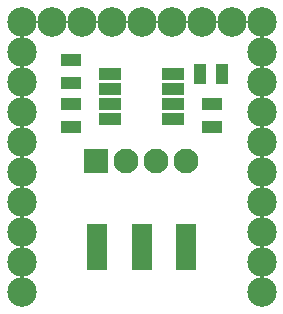
<source format=gbr>
G04 #@! TF.FileFunction,Soldermask,Bot*
%FSLAX46Y46*%
G04 Gerber Fmt 4.6, Leading zero omitted, Abs format (unit mm)*
G04 Created by KiCad (PCBNEW 4.0.5) date 04/10/19 11:09:49*
%MOMM*%
%LPD*%
G01*
G04 APERTURE LIST*
%ADD10C,0.100000*%
%ADD11C,2.500000*%
%ADD12R,2.100000X2.100000*%
%ADD13C,2.100000*%
%ADD14R,1.670000X1.370000*%
%ADD15R,1.700000X1.100000*%
%ADD16R,1.100000X1.700000*%
%ADD17R,1.950000X1.000000*%
G04 APERTURE END LIST*
D10*
D11*
X161571000Y-67845000D03*
X161571000Y-70385000D03*
X161571000Y-72925000D03*
X161571000Y-75465000D03*
X161571000Y-78005000D03*
X161571000Y-80545000D03*
X161571000Y-83085000D03*
X161571000Y-85625000D03*
X161571000Y-88165000D03*
X161571000Y-65305000D03*
X159031000Y-65305000D03*
X156491000Y-65305000D03*
X153951000Y-65305000D03*
X151411000Y-65305000D03*
X148871000Y-65305000D03*
X146331000Y-65305000D03*
X143791000Y-65305000D03*
X141251000Y-65305000D03*
X141251000Y-67845000D03*
X141251000Y-70385000D03*
X141251000Y-72925000D03*
X141251000Y-75465000D03*
X141251000Y-78005000D03*
X141251000Y-80545000D03*
X141251000Y-83085000D03*
X141251000Y-85625000D03*
X141251000Y-88165000D03*
D12*
X147599400Y-77089000D03*
D13*
X150139400Y-77089000D03*
X152679400Y-77089000D03*
X155219400Y-77089000D03*
D14*
X155211000Y-83105000D03*
X155211000Y-84375000D03*
X155211000Y-85645000D03*
X151411000Y-83105000D03*
X151411000Y-84375000D03*
X151411000Y-85645000D03*
X147611000Y-83105000D03*
X147611000Y-84375000D03*
X147611000Y-85645000D03*
D15*
X145461000Y-70475000D03*
X145461000Y-68575000D03*
D16*
X158261000Y-69725000D03*
X156361000Y-69725000D03*
D15*
X145461000Y-74175000D03*
X145461000Y-72275000D03*
X157411000Y-74175000D03*
X157411000Y-72275000D03*
D17*
X154111000Y-69720000D03*
X154111000Y-70990000D03*
X154111000Y-72260000D03*
X154111000Y-73530000D03*
X148711000Y-73530000D03*
X148711000Y-72260000D03*
X148711000Y-70990000D03*
X148711000Y-69720000D03*
M02*

</source>
